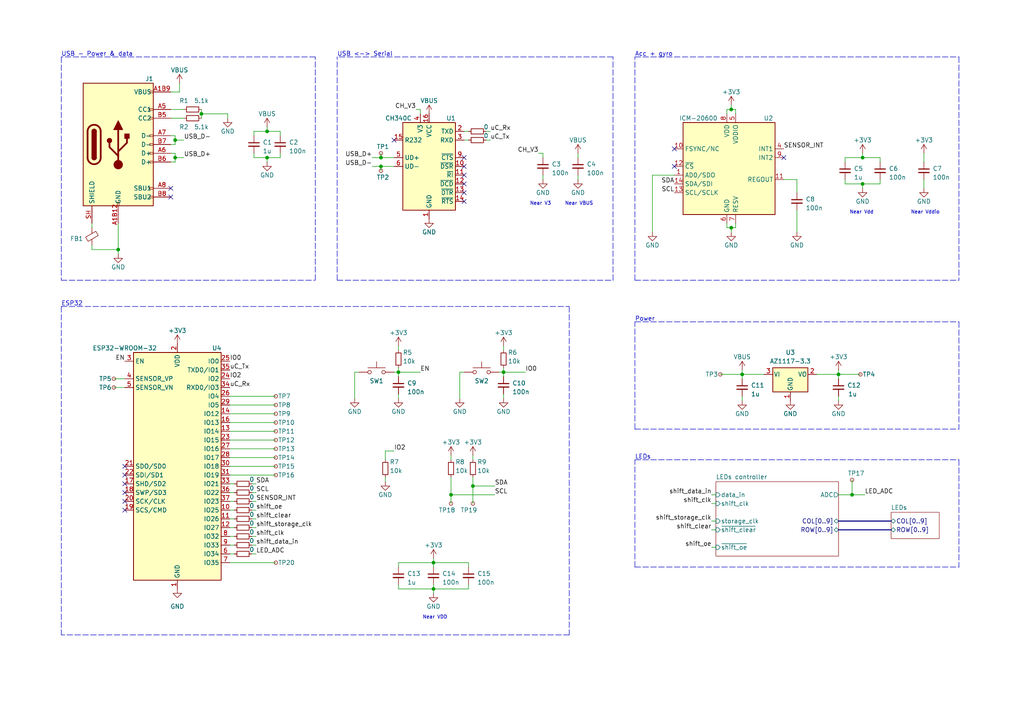
<source format=kicad_sch>
(kicad_sch (version 20210406) (generator eeschema)
  (paper "A4")
  (title_block (title "LED matrix w/ ADC") (date "26/05/2021") (rev "1") (company "Mario Rubio (mrrb.eu)"))
  (lib_symbols
    (symbol "Connector:TestPoint_Small" (pin_numbers hide) (pin_names (offset 0.762) hide)
      (property "Reference" "TP" (at 0 3.81 0))
      (property "Value" "TestPoint_Small" (at 0 2.032 0))
      (symbol "TestPoint_Small_1_1"
        (pin passive line (at 0 0 90) (length 0) (name "1") (number "1"))
      )
    )
    (symbol "Device:C_Small" (pin_numbers hide) (pin_names (offset 0.254) hide)
      (property "Reference" "C" (at 0.254 1.778 0))
      (property "Value" "C_Small" (at 0.254 -2.032 0))
      (symbol "C_Small_1_1"
        (pin passive line (at 0 2.54 270) (length 2.032) (name "~") (number "1"))
        (pin passive line (at 0 -2.54 90) (length 2.032) (name "~") (number "2"))
      )
    )
    (symbol "Device:Ferrite_Bead_Small" (pin_numbers hide) (pin_names (offset 0))
      (property "Reference" "FB" (at 1.905 1.27 0))
      (property "Value" "Ferrite_Bead_Small" (at 1.905 -1.27 0))
      (symbol "Ferrite_Bead_Small_1_1"
        (pin passive line (at 0 2.54 270) (length 1.27) (name "~") (number "1"))
        (pin passive line (at 0 -2.54 90) (length 1.27) (name "~") (number "2"))
      )
    )
    (symbol "Device:R_Small" (pin_numbers hide) (pin_names (offset 0.254) hide)
      (property "Reference" "R" (at 0.762 0.508 0))
      (property "Value" "R_Small" (at 0.762 -1.016 0))
      (symbol "R_Small_1_1"
        (pin passive line (at 0 2.54 270) (length 0.762) (name "~") (number "1"))
        (pin passive line (at 0 -2.54 90) (length 0.762) (name "~") (number "2"))
      )
    )
    (symbol "Interface_USB:CH340C"
      (property "Reference" "U" (at -5.08 13.97 0))
      (property "Value" "CH340C" (at 1.27 13.97 0))
      (symbol "CH340C_1_1"
        (pin power_in line (at 0 -15.24 90) (length 2.54) (name "GND") (number "1"))
        (pin input line (at 10.16 0 180) (length 2.54) (name "~DSR") (number "10"))
        (pin input line (at 10.16 -2.54 180) (length 2.54) (name "~RI") (number "11"))
        (pin input line (at 10.16 -5.08 180) (length 2.54) (name "~DCD") (number "12"))
        (pin output line (at 10.16 -7.62 180) (length 2.54) (name "~DTR") (number "13"))
        (pin output line (at 10.16 -10.16 180) (length 2.54) (name "~RTS") (number "14"))
        (pin input line (at -10.16 7.62 0) (length 2.54) (name "R232") (number "15"))
        (pin power_in line (at 0 15.24 270) (length 2.54) (name "VCC") (number "16"))
        (pin output line (at 10.16 10.16 180) (length 2.54) (name "TXD") (number "2"))
        (pin input line (at 10.16 7.62 180) (length 2.54) (name "RXD") (number "3"))
        (pin passive line (at -2.54 15.24 270) (length 2.54) (name "V3") (number "4"))
        (pin bidirectional line (at -10.16 2.54 0) (length 2.54) (name "UD+") (number "5"))
        (pin bidirectional line (at -10.16 0 0) (length 2.54) (name "UD-") (number "6"))
        (pin no_connect line (at -7.62 -7.62 0) (length 2.54) hide (name "NC") (number "7"))
        (pin no_connect line (at -7.62 -10.16 0) (length 2.54) hide (name "NC") (number "8"))
        (pin input line (at 10.16 2.54 180) (length 2.54) (name "~CTS") (number "9"))
      )
    )
    (symbol "RF_Module:ESP32-WROOM-32"
      (property "Reference" "U" (at -12.7 34.29 0))
      (property "Value" "ESP32-WROOM-32" (at 1.27 34.29 0))
      (symbol "ESP32-WROOM-32_1_1"
        (pin power_in line (at 0 -35.56 90) (length 2.54) (name "GND") (number "1"))
        (pin bidirectional line (at 15.24 -12.7 180) (length 2.54) (name "IO25") (number "10"))
        (pin bidirectional line (at 15.24 -15.24 180) (length 2.54) (name "IO26") (number "11"))
        (pin bidirectional line (at 15.24 -17.78 180) (length 2.54) (name "IO27") (number "12"))
        (pin bidirectional line (at 15.24 10.16 180) (length 2.54) (name "IO14") (number "13"))
        (pin bidirectional line (at 15.24 15.24 180) (length 2.54) (name "IO12") (number "14"))
        (pin passive line (at 0 -35.56 90) (length 2.54) hide (name "GND") (number "15"))
        (pin bidirectional line (at 15.24 12.7 180) (length 2.54) (name "IO13") (number "16"))
        (pin bidirectional line (at -15.24 -5.08 0) (length 2.54) (name "SHD/SD2") (number "17"))
        (pin bidirectional line (at -15.24 -7.62 0) (length 2.54) (name "SWP/SD3") (number "18"))
        (pin bidirectional line (at -15.24 -12.7 0) (length 2.54) (name "SCS/CMD") (number "19"))
        (pin power_in line (at 0 35.56 270) (length 2.54) (name "VDD") (number "2"))
        (pin bidirectional line (at -15.24 -10.16 0) (length 2.54) (name "SCK/CLK") (number "20"))
        (pin bidirectional line (at -15.24 0 0) (length 2.54) (name "SDO/SD0") (number "21"))
        (pin bidirectional line (at -15.24 -2.54 0) (length 2.54) (name "SDI/SD1") (number "22"))
        (pin bidirectional line (at 15.24 7.62 180) (length 2.54) (name "IO15") (number "23"))
        (pin bidirectional line (at 15.24 25.4 180) (length 2.54) (name "IO2") (number "24"))
        (pin bidirectional line (at 15.24 30.48 180) (length 2.54) (name "IO0") (number "25"))
        (pin bidirectional line (at 15.24 20.32 180) (length 2.54) (name "IO4") (number "26"))
        (pin bidirectional line (at 15.24 5.08 180) (length 2.54) (name "IO16") (number "27"))
        (pin bidirectional line (at 15.24 2.54 180) (length 2.54) (name "IO17") (number "28"))
        (pin bidirectional line (at 15.24 17.78 180) (length 2.54) (name "IO5") (number "29"))
        (pin input line (at -15.24 30.48 0) (length 2.54) (name "EN") (number "3"))
        (pin bidirectional line (at 15.24 0 180) (length 2.54) (name "IO18") (number "30"))
        (pin bidirectional line (at 15.24 -2.54 180) (length 2.54) (name "IO19") (number "31"))
        (pin no_connect line (at -12.7 -27.94 0) (length 2.54) hide (name "NC") (number "32"))
        (pin bidirectional line (at 15.24 -5.08 180) (length 2.54) (name "IO21") (number "33"))
        (pin bidirectional line (at 15.24 22.86 180) (length 2.54) (name "RXD0/IO3") (number "34"))
        (pin bidirectional line (at 15.24 27.94 180) (length 2.54) (name "TXD0/IO1") (number "35"))
        (pin bidirectional line (at 15.24 -7.62 180) (length 2.54) (name "IO22") (number "36"))
        (pin bidirectional line (at 15.24 -10.16 180) (length 2.54) (name "IO23") (number "37"))
        (pin passive line (at 0 -35.56 90) (length 2.54) hide (name "GND") (number "38"))
        (pin passive line (at 0 -35.56 90) (length 2.54) hide (name "GND") (number "39"))
        (pin input line (at -15.24 25.4 0) (length 2.54) (name "SENSOR_VP") (number "4"))
        (pin input line (at -15.24 22.86 0) (length 2.54) (name "SENSOR_VN") (number "5"))
        (pin input line (at 15.24 -25.4 180) (length 2.54) (name "IO34") (number "6"))
        (pin input line (at 15.24 -27.94 180) (length 2.54) (name "IO35") (number "7"))
        (pin bidirectional line (at 15.24 -20.32 180) (length 2.54) (name "IO32") (number "8"))
        (pin bidirectional line (at 15.24 -22.86 180) (length 2.54) (name "IO33") (number "9"))
      )
    )
    (symbol "Regulator_Linear:AZ1117-3.3" (pin_names (offset 0.254))
      (property "Reference" "U" (at -3.81 3.175 0))
      (property "Value" "AZ1117-3.3" (at 0 3.175 0))
      (symbol "AZ1117-3.3_1_1"
        (pin power_in line (at 0 -7.62 90) (length 2.54) (name "GND") (number "1"))
        (pin power_out line (at 7.62 0 180) (length 2.54) (name "VO") (number "2"))
        (pin power_in line (at -7.62 0 0) (length 2.54) (name "VI") (number "3"))
      )
    )
    (symbol "Switch:SW_Push" (pin_numbers hide) (pin_names (offset 1.016) hide)
      (property "Reference" "SW" (at 1.27 2.54 0))
      (property "Value" "SW_Push" (at 0 -1.524 0))
      (symbol "SW_Push_0_1"
        (pin passive line (at -5.08 0 0) (length 2.54) (name "1") (number "1"))
        (pin passive line (at 5.08 0 180) (length 2.54) (name "2") (number "2"))
      )
    )
    (symbol "lcsc_random:TYPE-C-31-M-12"
      (property "Reference" "J" (at -8.89 19.05 0))
      (property "Value" "TYPE-C-31-M-12" (at 0 21.59 0))
      (symbol "TYPE-C-31-M-12_1_1"
        (pin passive line (at 0 -22.86 90) (length 5.08) (name "GND") (number "A1B12"))
        (pin passive line (at 15.24 15.24 180) (length 5.08) (name "VBUS") (number "A1B9"))
        (pin bidirectional line (at 15.24 10.16 180) (length 5.08) (name "CC1") (number "A5"))
        (pin bidirectional line (at 15.24 -2.54 180) (length 5.08) (name "D+") (number "A6"))
        (pin bidirectional line (at 15.24 2.54 180) (length 5.08) (name "D-") (number "A7"))
        (pin bidirectional line (at 15.24 -12.7 180) (length 5.08) (name "SBU1") (number "A8"))
        (pin passive line (at 0 -22.86 90) (length 5.08) hide (name "GND") (number "B1A12"))
        (pin passive line (at 15.24 15.24 180) (length 5.08) hide (name "VBUS") (number "B1A9"))
        (pin bidirectional line (at 15.24 7.62 180) (length 5.08) (name "CC2") (number "B5"))
        (pin bidirectional line (at 15.24 -5.08 180) (length 5.08) (name "D+") (number "B6"))
        (pin bidirectional line (at 15.24 0 180) (length 5.08) (name "D-") (number "B7"))
        (pin bidirectional line (at 15.24 -15.24 180) (length 5.08) (name "SBU2") (number "B8"))
        (pin passive line (at -7.62 -22.86 90) (length 5.08) (name "SHIELD") (number "SH"))
      )
    )
    (symbol "lcsc_sensors:ICM-20600"
      (property "Reference" "U" (at -12.7 13.97 0))
      (property "Value" "ICM-20600" (at 7.62 13.97 0))
      (symbol "ICM-20600_1_1"
        (pin bidirectional line (at -16.51 -2.54 0) (length 2.54) (name "AD0/SDO") (number "1"))
        (pin input line (at -16.51 5.08 0) (length 2.54) (name "FSYNC/NC") (number "10"))
        (pin passive line (at 15.24 -3.81 180) (length 2.54) (name "REGOUT") (number "11"))
        (pin input line (at -16.51 0 0) (length 2.54) (name "~CS") (number "12"))
        (pin input line (at -16.51 -7.62 0) (length 2.54) (name "SCL/SCLK") (number "13"))
        (pin bidirectional line (at -16.51 -5.08 0) (length 2.54) (name "SDA/SDI") (number "14"))
        (pin no_connect line (at 15.24 -11.43 180) (length 2.54) hide (name "NC") (number "2"))
        (pin no_connect line (at 15.24 -8.89 180) (length 2.54) hide (name "NC") (number "3"))
        (pin output line (at 15.24 5.08 180) (length 2.54) (name "INT1") (number "4"))
        (pin power_in line (at 1.27 15.24 270) (length 2.54) (name "VDDIO") (number "5"))
        (pin power_in line (at -1.27 -16.51 90) (length 2.54) (name "GND") (number "6"))
        (pin passive line (at 1.27 -16.51 90) (length 2.54) (name "RESV") (number "7"))
        (pin power_in line (at -1.27 15.24 270) (length 2.54) (name "VDD") (number "8"))
        (pin output line (at 15.24 2.54 180) (length 2.54) (name "INT2") (number "9"))
      )
    )
    (symbol "power:+3.3V" (power) (pin_names (offset 0))
      (property "Value" "+3.3V" (at 0 3.556 0))
      (symbol "+3.3V_1_1"
        (pin power_in line (at 0 0 90) (length 0) hide (name "+3V3") (number "1"))
      )
    )
    (symbol "power:+3.3V_1" (power) (pin_names (offset 0))
      (property "Value" "+3.3V" (at 0 3.556 0))
      (symbol "+3.3V_1_1_1"
        (pin power_in line (at 0 0 90) (length 0) hide (name "+3V3") (number "1"))
      )
    )
    (symbol "power:+3.3V_2" (power) (pin_names (offset 0))
      (property "Value" "+3.3V" (at 0 3.556 0))
      (symbol "+3.3V_2_1_1"
        (pin power_in line (at 0 0 90) (length 0) hide (name "+3V3") (number "1"))
      )
    )
    (symbol "power:+3.3V_3" (power) (pin_names (offset 0))
      (property "Value" "+3.3V" (at 0 3.556 0))
      (symbol "+3.3V_3_1_1"
        (pin power_in line (at 0 0 90) (length 0) hide (name "+3V3") (number "1"))
      )
    )
    (symbol "power:+3.3V_4" (power) (pin_names (offset 0))
      (property "Value" "+3.3V" (at 0 3.556 0))
      (symbol "+3.3V_4_1_1"
        (pin power_in line (at 0 0 90) (length 0) hide (name "+3V3") (number "1"))
      )
    )
    (symbol "power:+3.3V_5" (power) (pin_names (offset 0))
      (property "Value" "+3.3V" (at 0 3.556 0))
      (symbol "+3.3V_5_1_1"
        (pin power_in line (at 0 0 90) (length 0) hide (name "+3V3") (number "1"))
      )
    )
    (symbol "power:+3.3V_6" (power) (pin_names (offset 0))
      (property "Value" "+3.3V" (at 0 3.556 0))
      (symbol "+3.3V_6_1_1"
        (pin power_in line (at 0 0 90) (length 0) hide (name "+3V3") (number "1"))
      )
    )
    (symbol "power:+3.3V_7" (power) (pin_names (offset 0))
      (property "Value" "+3.3V" (at 0 3.556 0))
      (symbol "+3.3V_7_1_1"
        (pin power_in line (at 0 0 90) (length 0) hide (name "+3V3") (number "1"))
      )
    )
    (symbol "power:+3.3V_8" (power) (pin_names (offset 0))
      (property "Value" "+3.3V" (at 0 3.556 0))
      (symbol "+3.3V_8_1_1"
        (pin power_in line (at 0 0 90) (length 0) hide (name "+3V3") (number "1"))
      )
    )
    (symbol "power:+3.3V_9" (power) (pin_names (offset 0))
      (property "Value" "+3.3V" (at 0 3.556 0))
      (symbol "+3.3V_9_1_1"
        (pin power_in line (at 0 0 90) (length 0) hide (name "+3V3") (number "1"))
      )
    )
    (symbol "power:GND" (power) (pin_names (offset 0))
      (property "Value" "GND" (at 0 -3.81 0))
      (symbol "GND_1_1"
        (pin power_in line (at 0 0 270) (length 0) hide (name "GND") (number "1"))
      )
    )
    (symbol "power:VBUS" (power) (pin_names (offset 0))
      (property "Value" "VBUS" (at 0 3.81 0))
      (symbol "VBUS_1_1"
        (pin power_in line (at 0 0 90) (length 0) hide (name "VBUS") (number "1"))
      )
    )
  )
  (junction (at 34.29 72.39) (diameter 0.9144))
  (junction (at 50.8 40.64) (diameter 0.9144))
  (junction (at 50.8 45.72) (diameter 0.9144))
  (junction (at 58.42 33.02) (diameter 0.9144))
  (junction (at 77.47 38.1) (diameter 0.9144))
  (junction (at 77.47 45.72) (diameter 0.9144))
  (junction (at 110.49 45.72) (diameter 0.9144))
  (junction (at 110.49 48.26) (diameter 0.9144))
  (junction (at 115.57 107.95) (diameter 0.9144))
  (junction (at 125.73 163.195) (diameter 0.9144))
  (junction (at 125.73 170.815) (diameter 0.9144))
  (junction (at 130.81 143.51) (diameter 0.9144))
  (junction (at 137.16 140.97) (diameter 0.9144))
  (junction (at 146.05 107.95) (diameter 0.9144))
  (junction (at 212.09 31.75) (diameter 0.9144))
  (junction (at 212.09 66.04) (diameter 0.9144))
  (junction (at 215.265 108.585) (diameter 0.9144))
  (junction (at 243.205 108.585) (diameter 0.9144))
  (junction (at 247.142 143.51) (diameter 0.9144))
  (junction (at 250.19 45.72) (diameter 0.9144))
  (junction (at 250.19 53.34) (diameter 0.9144))
  (no_connect (at 36.195 135.255))
  (no_connect (at 36.195 137.795))
  (no_connect (at 36.195 140.335))
  (no_connect (at 36.195 142.875))
  (no_connect (at 36.195 145.415))
  (no_connect (at 36.195 147.955))
  (no_connect (at 49.53 54.61))
  (no_connect (at 49.53 57.15))
  (no_connect (at 114.3 40.64))
  (no_connect (at 134.62 45.72))
  (no_connect (at 134.62 48.26))
  (no_connect (at 134.62 50.8))
  (no_connect (at 134.62 53.34))
  (no_connect (at 134.62 55.88))
  (no_connect (at 134.62 58.42))
  (no_connect (at 195.58 43.18))
  (no_connect (at 195.58 48.26))
  (no_connect (at 227.33 45.72))
  (wire (pts (xy 26.67 64.77) (xy 26.67 66.04)))
  (wire (pts (xy 26.67 71.12) (xy 26.67 72.39)))
  (wire (pts (xy 33.02 109.855) (xy 36.195 109.855)))
  (wire (pts (xy 33.02 112.395) (xy 36.195 112.395)))
  (wire (pts (xy 34.29 64.77) (xy 34.29 72.39)))
  (wire (pts (xy 34.29 72.39) (xy 26.67 72.39)))
  (wire (pts (xy 34.29 72.39) (xy 34.29 73.66)))
  (wire (pts (xy 49.53 31.75) (xy 53.34 31.75)))
  (wire (pts (xy 49.53 34.29) (xy 53.34 34.29)))
  (wire (pts (xy 49.53 39.37) (xy 50.8 39.37)))
  (wire (pts (xy 49.53 41.91) (xy 50.8 41.91)))
  (wire (pts (xy 49.53 44.45) (xy 50.8 44.45)))
  (wire (pts (xy 49.53 46.99) (xy 50.8 46.99)))
  (wire (pts (xy 50.8 39.37) (xy 50.8 40.64)))
  (wire (pts (xy 50.8 40.64) (xy 50.8 41.91)))
  (wire (pts (xy 50.8 40.64) (xy 53.34 40.64)))
  (wire (pts (xy 50.8 44.45) (xy 50.8 45.72)))
  (wire (pts (xy 50.8 45.72) (xy 50.8 46.99)))
  (wire (pts (xy 50.8 45.72) (xy 53.34 45.72)))
  (wire (pts (xy 52.07 24.13) (xy 52.07 26.67)))
  (wire (pts (xy 52.07 26.67) (xy 49.53 26.67)))
  (wire (pts (xy 58.42 31.75) (xy 58.42 33.02)))
  (wire (pts (xy 58.42 33.02) (xy 58.42 34.29)))
  (wire (pts (xy 58.42 33.02) (xy 66.04 33.02)))
  (wire (pts (xy 66.04 33.02) (xy 66.04 34.29)))
  (wire (pts (xy 66.675 114.935) (xy 80.01 114.935)))
  (wire (pts (xy 66.675 117.475) (xy 80.01 117.475)))
  (wire (pts (xy 66.675 120.015) (xy 80.01 120.015)))
  (wire (pts (xy 66.675 122.555) (xy 80.01 122.555)))
  (wire (pts (xy 66.675 125.095) (xy 80.01 125.095)))
  (wire (pts (xy 66.675 127.635) (xy 80.01 127.635)))
  (wire (pts (xy 66.675 130.175) (xy 80.01 130.175)))
  (wire (pts (xy 66.675 132.715) (xy 80.01 132.715)))
  (wire (pts (xy 66.675 135.255) (xy 80.01 135.255)))
  (wire (pts (xy 66.675 137.795) (xy 80.01 137.795)))
  (wire (pts (xy 66.675 140.335) (xy 67.945 140.335)))
  (wire (pts (xy 66.675 142.875) (xy 67.945 142.875)))
  (wire (pts (xy 66.675 145.415) (xy 67.945 145.415)))
  (wire (pts (xy 66.675 147.955) (xy 67.945 147.955)))
  (wire (pts (xy 66.675 150.495) (xy 67.945 150.495)))
  (wire (pts (xy 66.675 153.035) (xy 67.945 153.035)))
  (wire (pts (xy 66.675 155.575) (xy 67.945 155.575)))
  (wire (pts (xy 66.675 158.115) (xy 67.945 158.115)))
  (wire (pts (xy 66.675 160.655) (xy 67.945 160.655)))
  (wire (pts (xy 66.675 163.195) (xy 80.01 163.195)))
  (wire (pts (xy 73.025 140.335) (xy 74.295 140.335)))
  (wire (pts (xy 73.025 142.875) (xy 74.295 142.875)))
  (wire (pts (xy 73.025 145.415) (xy 74.295 145.415)))
  (wire (pts (xy 73.025 147.955) (xy 74.295 147.955)))
  (wire (pts (xy 73.025 150.495) (xy 74.295 150.495)))
  (wire (pts (xy 73.025 153.035) (xy 74.295 153.035)))
  (wire (pts (xy 73.025 155.575) (xy 74.295 155.575)))
  (wire (pts (xy 73.025 158.115) (xy 74.295 158.115)))
  (wire (pts (xy 73.025 160.655) (xy 74.295 160.655)))
  (wire (pts (xy 73.66 38.1) (xy 73.66 39.37)))
  (wire (pts (xy 73.66 38.1) (xy 77.47 38.1)))
  (wire (pts (xy 73.66 44.45) (xy 73.66 45.72)))
  (wire (pts (xy 73.66 45.72) (xy 77.47 45.72)))
  (wire (pts (xy 77.47 36.83) (xy 77.47 38.1)))
  (wire (pts (xy 77.47 38.1) (xy 81.28 38.1)))
  (wire (pts (xy 77.47 45.72) (xy 77.47 46.99)))
  (wire (pts (xy 77.47 45.72) (xy 81.28 45.72)))
  (wire (pts (xy 81.28 38.1) (xy 81.28 39.37)))
  (wire (pts (xy 81.28 44.45) (xy 81.28 45.72)))
  (wire (pts (xy 102.87 107.95) (xy 102.87 115.57)))
  (wire (pts (xy 102.87 107.95) (xy 104.14 107.95)))
  (wire (pts (xy 107.95 45.72) (xy 110.49 45.72)))
  (wire (pts (xy 107.95 48.26) (xy 110.49 48.26)))
  (wire (pts (xy 110.49 45.72) (xy 110.49 44.45)))
  (wire (pts (xy 110.49 45.72) (xy 114.3 45.72)))
  (wire (pts (xy 110.49 48.26) (xy 110.49 49.53)))
  (wire (pts (xy 110.49 48.26) (xy 114.3 48.26)))
  (wire (pts (xy 111.76 130.81) (xy 111.76 133.35)))
  (wire (pts (xy 111.76 138.43) (xy 111.76 139.7)))
  (wire (pts (xy 114.3 107.95) (xy 115.57 107.95)))
  (wire (pts (xy 114.3 130.81) (xy 111.76 130.81)))
  (wire (pts (xy 115.57 100.33) (xy 115.57 101.6)))
  (wire (pts (xy 115.57 107.95) (xy 115.57 106.68)))
  (wire (pts (xy 115.57 107.95) (xy 115.57 109.22)))
  (wire (pts (xy 115.57 107.95) (xy 121.92 107.95)))
  (wire (pts (xy 115.57 114.3) (xy 115.57 115.57)))
  (wire (pts (xy 115.57 163.195) (xy 125.73 163.195)))
  (wire (pts (xy 115.57 164.465) (xy 115.57 163.195)))
  (wire (pts (xy 115.57 169.545) (xy 115.57 170.815)))
  (wire (pts (xy 115.57 170.815) (xy 125.73 170.815)))
  (wire (pts (xy 121.92 31.75) (xy 120.65 31.75)))
  (wire (pts (xy 121.92 33.02) (xy 121.92 31.75)))
  (wire (pts (xy 125.73 161.925) (xy 125.73 163.195)))
  (wire (pts (xy 125.73 163.195) (xy 135.89 163.195)))
  (wire (pts (xy 125.73 164.465) (xy 125.73 163.195)))
  (wire (pts (xy 125.73 169.545) (xy 125.73 170.815)))
  (wire (pts (xy 125.73 170.815) (xy 125.73 172.085)))
  (wire (pts (xy 125.73 170.815) (xy 135.89 170.815)))
  (wire (pts (xy 130.81 132.08) (xy 130.81 133.35)))
  (wire (pts (xy 130.81 143.51) (xy 130.81 138.43)))
  (wire (pts (xy 130.81 143.51) (xy 130.81 146.05)))
  (wire (pts (xy 133.35 107.95) (xy 133.35 115.57)))
  (wire (pts (xy 133.35 107.95) (xy 134.62 107.95)))
  (wire (pts (xy 134.62 38.1) (xy 135.89 38.1)))
  (wire (pts (xy 134.62 40.64) (xy 135.89 40.64)))
  (wire (pts (xy 135.89 163.195) (xy 135.89 164.465)))
  (wire (pts (xy 135.89 169.545) (xy 135.89 170.815)))
  (wire (pts (xy 137.16 132.08) (xy 137.16 133.35)))
  (wire (pts (xy 137.16 140.97) (xy 137.16 138.43)))
  (wire (pts (xy 137.16 140.97) (xy 137.16 146.05)))
  (wire (pts (xy 140.97 38.1) (xy 142.24 38.1)))
  (wire (pts (xy 140.97 40.64) (xy 142.24 40.64)))
  (wire (pts (xy 143.51 140.97) (xy 137.16 140.97)))
  (wire (pts (xy 143.51 143.51) (xy 130.81 143.51)))
  (wire (pts (xy 144.78 107.95) (xy 146.05 107.95)))
  (wire (pts (xy 146.05 100.33) (xy 146.05 101.6)))
  (wire (pts (xy 146.05 107.95) (xy 146.05 106.68)))
  (wire (pts (xy 146.05 107.95) (xy 146.05 109.22)))
  (wire (pts (xy 146.05 107.95) (xy 152.4 107.95)))
  (wire (pts (xy 146.05 114.3) (xy 146.05 115.57)))
  (wire (pts (xy 156.21 44.45) (xy 157.48 44.45)))
  (wire (pts (xy 157.48 45.72) (xy 157.48 44.45)))
  (wire (pts (xy 157.48 50.8) (xy 157.48 52.07)))
  (wire (pts (xy 167.64 44.45) (xy 167.64 45.72)))
  (wire (pts (xy 167.64 50.8) (xy 167.64 52.07)))
  (wire (pts (xy 189.23 50.8) (xy 195.58 50.8)))
  (wire (pts (xy 189.23 67.31) (xy 189.23 50.8)))
  (wire (pts (xy 206.375 143.51) (xy 207.645 143.51)))
  (wire (pts (xy 206.375 146.05) (xy 207.645 146.05)))
  (wire (pts (xy 206.375 151.13) (xy 207.645 151.13)))
  (wire (pts (xy 206.375 153.67) (xy 207.645 153.67)))
  (wire (pts (xy 206.375 158.75) (xy 207.645 158.75)))
  (wire (pts (xy 210.82 31.75) (xy 212.09 31.75)))
  (wire (pts (xy 210.82 33.02) (xy 210.82 31.75)))
  (wire (pts (xy 210.82 64.77) (xy 210.82 66.04)))
  (wire (pts (xy 210.82 66.04) (xy 212.09 66.04)))
  (wire (pts (xy 212.09 30.48) (xy 212.09 31.75)))
  (wire (pts (xy 212.09 31.75) (xy 213.36 31.75)))
  (wire (pts (xy 212.09 66.04) (xy 212.09 67.31)))
  (wire (pts (xy 212.09 66.04) (xy 213.36 66.04)))
  (wire (pts (xy 213.36 31.75) (xy 213.36 33.02)))
  (wire (pts (xy 213.36 64.77) (xy 213.36 66.04)))
  (wire (pts (xy 215.265 107.315) (xy 215.265 108.585)))
  (wire (pts (xy 215.265 108.585) (xy 208.915 108.585)))
  (wire (pts (xy 215.265 108.585) (xy 215.265 109.855)))
  (wire (pts (xy 215.265 108.585) (xy 221.615 108.585)))
  (wire (pts (xy 215.265 114.935) (xy 215.265 116.205)))
  (wire (pts (xy 231.14 52.07) (xy 227.33 52.07)))
  (wire (pts (xy 231.14 55.88) (xy 231.14 52.07)))
  (wire (pts (xy 231.14 60.96) (xy 231.14 67.31)))
  (wire (pts (xy 236.855 108.585) (xy 243.205 108.585)))
  (wire (pts (xy 243.205 107.315) (xy 243.205 108.585)))
  (wire (pts (xy 243.205 108.585) (xy 243.205 109.855)))
  (wire (pts (xy 243.205 108.585) (xy 249.555 108.585)))
  (wire (pts (xy 243.205 114.935) (xy 243.205 116.205)))
  (wire (pts (xy 243.205 143.51) (xy 247.142 143.51)))
  (wire (pts (xy 245.11 45.72) (xy 250.19 45.72)))
  (wire (pts (xy 245.11 46.99) (xy 245.11 45.72)))
  (wire (pts (xy 245.11 52.07) (xy 245.11 53.34)))
  (wire (pts (xy 245.11 53.34) (xy 250.19 53.34)))
  (wire (pts (xy 247.142 139.192) (xy 247.142 143.51)))
  (wire (pts (xy 247.142 143.51) (xy 250.825 143.51)))
  (wire (pts (xy 250.19 44.45) (xy 250.19 45.72)))
  (wire (pts (xy 250.19 45.72) (xy 255.27 45.72)))
  (wire (pts (xy 250.19 53.34) (xy 250.19 54.61)))
  (wire (pts (xy 250.19 53.34) (xy 255.27 53.34)))
  (wire (pts (xy 255.27 46.99) (xy 255.27 45.72)))
  (wire (pts (xy 255.27 52.07) (xy 255.27 53.34)))
  (wire (pts (xy 267.97 44.45) (xy 267.97 46.99)))
  (wire (pts (xy 267.97 52.07) (xy 267.97 54.61)))
  (bus (pts (xy 243.205 151.13) (xy 258.445 151.13)))
  (bus (pts (xy 243.205 153.67) (xy 258.445 153.67)))
  (polyline (pts (xy 17.78 16.51) (xy 17.78 81.28)) (stroke (width 0) (type dash)))
  (polyline (pts (xy 17.78 81.28) (xy 91.44 81.28)) (stroke (width 0) (type dash)))
  (polyline (pts (xy 17.78 88.9) (xy 17.78 184.15)) (stroke (width 0) (type dash)))
  (polyline (pts (xy 17.78 88.9) (xy 165.1 88.9)) (stroke (width 0) (type dash)))
  (polyline (pts (xy 91.44 16.51) (xy 17.78 16.51)) (stroke (width 0) (type dash)))
  (polyline (pts (xy 91.44 81.28) (xy 91.44 16.51)) (stroke (width 0) (type dash)))
  (polyline (pts (xy 97.79 81.28) (xy 97.79 16.51)) (stroke (width 0) (type dash)))
  (polyline (pts (xy 97.79 81.28) (xy 177.8 81.28)) (stroke (width 0) (type dash)))
  (polyline (pts (xy 165.1 88.9) (xy 165.1 184.15)) (stroke (width 0) (type dash)))
  (polyline (pts (xy 165.1 184.15) (xy 17.78 184.15)) (stroke (width 0) (type dash)))
  (polyline (pts (xy 177.8 16.51) (xy 97.79 16.51)) (stroke (width 0) (type dash)))
  (polyline (pts (xy 177.8 81.28) (xy 177.8 16.51)) (stroke (width 0) (type dash)))
  (polyline (pts (xy 184.15 16.51) (xy 278.13 16.51)) (stroke (width 0) (type dash)))
  (polyline (pts (xy 184.15 81.28) (xy 184.15 16.51)) (stroke (width 0) (type dash)))
  (polyline (pts (xy 184.15 81.28) (xy 278.13 81.28)) (stroke (width 0) (type dash)))
  (polyline (pts (xy 184.15 93.345) (xy 278.13 93.345)) (stroke (width 0) (type dash)))
  (polyline (pts (xy 184.15 124.46) (xy 184.15 93.345)) (stroke (width 0) (type dash)))
  (polyline (pts (xy 184.15 124.46) (xy 278.13 124.46)) (stroke (width 0) (type dash)))
  (polyline (pts (xy 184.15 133.35) (xy 278.13 133.35)) (stroke (width 0) (type dash)))
  (polyline (pts (xy 184.15 164.465) (xy 184.15 133.35)) (stroke (width 0) (type dash)))
  (polyline (pts (xy 184.15 164.465) (xy 278.13 164.465)) (stroke (width 0) (type dash)))
  (polyline (pts (xy 278.13 16.51) (xy 278.13 81.28)) (stroke (width 0) (type dash)))
  (polyline (pts (xy 278.13 93.345) (xy 278.13 124.46)) (stroke (width 0) (type dash)))
  (polyline (pts (xy 278.13 133.35) (xy 278.13 164.465)) (stroke (width 0) (type dash)))
  (text "USB - Power & data\n" (at 17.78 16.51 0) (effects (font (size 1.27 1.27)) (justify left bottom)))
  (text "ESP32" (at 17.78 88.9 0) (effects (font (size 1.27 1.27)) (justify left bottom)))
  (text "USB <-> Serial" (at 97.79 16.51 0) (effects (font (size 1.27 1.27)) (justify left bottom)))
  (text "Near VDD" (at 122.555 179.705 0) (effects (font (size 1 1)) (justify left bottom)))
  (text "Near V3" (at 153.67 59.69 0) (effects (font (size 1 1)) (justify left bottom)))
  (text "Near VBUS" (at 163.83 59.69 0) (effects (font (size 1 1)) (justify left bottom)))
  (text "Acc + gyro" (at 184.15 16.51 0) (effects (font (size 1.27 1.27)) (justify left bottom)))
  (text "Power" (at 184.15 93.345 0) (effects (font (size 1.27 1.27)) (justify left bottom)))
  (text "LEDs" (at 184.15 133.35 0) (effects (font (size 1.27 1.27)) (justify left bottom)))
  (text "Near Vdd" (at 246.38 62.23 0) (effects (font (size 1 1)) (justify left bottom)))
  (text "Near Vddio" (at 264.16 62.23 0) (effects (font (size 1 1)) (justify left bottom)))
  (label "EN" (at 36.195 104.775 180))
  (label "USB_D-" (at 53.34 40.64 0))
  (label "USB_D+" (at 53.34 45.72 0))
  (label "IO0" (at 66.675 104.775 0))
  (label "uC_Tx" (at 66.675 107.315 0))
  (label "IO2" (at 66.675 109.855 0))
  (label "uC_Rx" (at 66.675 112.395 0))
  (label "SDA" (at 74.295 140.335 0))
  (label "SCL" (at 74.295 142.875 0))
  (label "SENSOR_INT" (at 74.295 145.415 0))
  (label "shift_oe" (at 74.295 147.955 0))
  (label "shift_clear" (at 74.295 150.495 0))
  (label "shift_storage_clk" (at 74.295 153.035 0))
  (label "shift_clk" (at 74.295 155.575 0))
  (label "shift_data_in" (at 74.295 158.115 0))
  (label "LED_ADC" (at 74.295 160.655 0))
  (label "USB_D+" (at 107.95 45.72 180))
  (label "USB_D-" (at 107.95 48.26 180))
  (label "IO2" (at 114.3 130.81 0))
  (label "CH_V3" (at 120.65 31.75 180))
  (label "EN" (at 121.92 107.95 0))
  (label "uC_Rx" (at 142.24 38.1 0))
  (label "uC_Tx" (at 142.24 40.64 0))
  (label "SDA" (at 143.51 140.97 0))
  (label "SCL" (at 143.51 143.51 0))
  (label "IO0" (at 152.4 107.95 0))
  (label "CH_V3" (at 156.21 44.45 180))
  (label "SDA" (at 195.58 53.34 180))
  (label "SCL" (at 195.58 55.88 180))
  (label "shift_data_in" (at 206.375 143.51 180))
  (label "shift_clk" (at 206.375 146.05 180))
  (label "shift_storage_clk" (at 206.375 151.13 180))
  (label "shift_clear" (at 206.375 153.67 180))
  (label "shift_oe" (at 206.375 158.75 180))
  (label "SENSOR_INT" (at 227.33 43.18 0))
  (label "LED_ADC" (at 250.825 143.51 0))
  (symbol (lib_id "Connector:TestPoint_Small") (at 33.02 109.855 180) (unit 1)
    (property "Reference" "TP5" (at 32.385 109.8551 0) (effects (justify left)))
    (property "Value" "TestPoint_Small" (effects hide))
    (property "Footprint" "TestPoint:TestPoint_Pad_D1.5mm" (effects hide))
  )
  (symbol (lib_id "Connector:TestPoint_Small") (at 33.02 112.395 180) (unit 1)
    (property "Reference" "TP6" (at 32.385 112.3951 0) (effects (justify left)))
    (property "Value" "TestPoint_Small" (effects hide))
    (property "Footprint" "TestPoint:TestPoint_Pad_D1.5mm" (effects hide))
  )
  (symbol (lib_id "Connector:TestPoint_Small") (at 80.01 114.935 0) (unit 1)
    (property "Reference" "TP7" (at 80.645 114.9349 0) (effects (justify left)))
    (property "Value" "TestPoint_Small" (effects hide))
    (property "Footprint" "TestPoint:TestPoint_Pad_D1.5mm" (effects hide))
  )
  (symbol (lib_id "Connector:TestPoint_Small") (at 80.01 117.475 0) (unit 1)
    (property "Reference" "TP8" (at 80.645 117.4749 0) (effects (justify left)))
    (property "Value" "TestPoint_Small" (effects hide))
    (property "Footprint" "TestPoint:TestPoint_Pad_D1.5mm" (effects hide))
  )
  (symbol (lib_id "Connector:TestPoint_Small") (at 80.01 120.015 0) (unit 1)
    (property "Reference" "TP9" (at 80.645 120.0149 0) (effects (justify left)))
    (property "Value" "TestPoint_Small" (effects hide))
    (property "Footprint" "TestPoint:TestPoint_Pad_D1.5mm" (effects hide))
  )
  (symbol (lib_id "Connector:TestPoint_Small") (at 80.01 122.555 0) (unit 1)
    (property "Reference" "TP10" (at 80.645 122.5549 0) (effects (justify left)))
    (property "Value" "TestPoint_Small" (effects hide))
    (property "Footprint" "TestPoint:TestPoint_Pad_D1.5mm" (effects hide))
  )
  (symbol (lib_id "Connector:TestPoint_Small") (at 80.01 125.095 0) (unit 1)
    (property "Reference" "TP11" (at 80.645 125.0949 0) (effects (justify left)))
    (property "Value" "TestPoint_Small" (effects hide))
    (property "Footprint" "TestPoint:TestPoint_Pad_D1.5mm" (effects hide))
  )
  (symbol (lib_id "Connector:TestPoint_Small") (at 80.01 127.635 0) (unit 1)
    (property "Reference" "TP12" (at 80.645 127.6349 0) (effects (justify left)))
    (property "Value" "TestPoint_Small" (effects hide))
    (property "Footprint" "TestPoint:TestPoint_Pad_D1.5mm" (effects hide))
  )
  (symbol (lib_id "Connector:TestPoint_Small") (at 80.01 130.175 0) (unit 1)
    (property "Reference" "TP13" (at 80.645 130.1749 0) (effects (justify left)))
    (property "Value" "TestPoint_Small" (effects hide))
    (property "Footprint" "TestPoint:TestPoint_Pad_D1.5mm" (effects hide))
  )
  (symbol (lib_id "Connector:TestPoint_Small") (at 80.01 132.715 0) (unit 1)
    (property "Reference" "TP14" (at 80.645 132.7149 0) (effects (justify left)))
    (property "Value" "TestPoint_Small" (effects hide))
    (property "Footprint" "TestPoint:TestPoint_Pad_D1.5mm" (effects hide))
  )
  (symbol (lib_id "Connector:TestPoint_Small") (at 80.01 135.255 0) (unit 1)
    (property "Reference" "TP15" (at 80.645 135.2549 0) (effects (justify left)))
    (property "Value" "TestPoint_Small" (effects hide))
    (property "Footprint" "TestPoint:TestPoint_Pad_D1.5mm" (effects hide))
  )
  (symbol (lib_id "Connector:TestPoint_Small") (at 80.01 137.795 0) (unit 1)
    (property "Reference" "TP16" (at 80.645 137.7949 0) (effects (justify left)))
    (property "Value" "TestPoint_Small" (effects hide))
    (property "Footprint" "TestPoint:TestPoint_Pad_D1.5mm" (effects hide))
  )
  (symbol (lib_id "Connector:TestPoint_Small") (at 80.01 163.195 0) (unit 1)
    (property "Reference" "TP20" (at 80.645 163.1949 0) (effects (justify left)))
    (property "Value" "TestPoint_Small" (effects hide))
    (property "Footprint" "TestPoint:TestPoint_Pad_D1.5mm" (effects hide))
  )
  (symbol (lib_id "Connector:TestPoint_Small") (at 110.49 44.45 0) (unit 1)
    (property "Reference" "TP1" (at 109.22 42.5449 0) (effects (justify left)))
    (property "Value" "TestPoint_Small" (effects hide))
    (property "Footprint" "TestPoint:TestPoint_Pad_D1.5mm" (effects hide))
  )
  (symbol (lib_id "Connector:TestPoint_Small") (at 110.49 49.53 0) (mirror x) (unit 1)
    (property "Reference" "TP2" (at 109.22 51.4351 0) (effects (justify left)))
    (property "Value" "TestPoint_Small" (effects hide))
    (property "Footprint" "TestPoint:TestPoint_Pad_D1.5mm" (effects hide))
  )
  (symbol (lib_id "Connector:TestPoint_Small") (at 130.81 146.05 180) (unit 1)
    (property "Reference" "TP18" (at 132.08 147.9551 0) (effects (justify left)))
    (property "Value" "TestPoint_Small" (effects hide))
    (property "Footprint" "TestPoint:TestPoint_Pad_D1.5mm" (effects hide))
  )
  (symbol (lib_id "Connector:TestPoint_Small") (at 137.16 146.05 180) (unit 1)
    (property "Reference" "TP19" (at 138.43 147.9551 0) (effects (justify left)))
    (property "Value" "TestPoint_Small" (effects hide))
    (property "Footprint" "TestPoint:TestPoint_Pad_D1.5mm" (effects hide))
  )
  (symbol (lib_id "Connector:TestPoint_Small") (at 208.915 108.585 90) (unit 1)
    (property "Reference" "TP3" (at 208.2799 108.585 90) (effects (justify left)))
    (property "Value" "TestPoint_Small" (effects hide))
    (property "Footprint" "TestPoint:TestPoint_Pad_D1.5mm" (effects hide))
  )
  (symbol (lib_id "Connector:TestPoint_Small") (at 247.142 139.192 0) (unit 1)
    (property "Reference" "TP17" (at 245.872 137.2869 0) (effects (justify left)))
    (property "Value" "TestPoint_Small" (effects hide))
    (property "Footprint" "TestPoint:TestPoint_Pad_D1.5mm" (effects hide))
  )
  (symbol (lib_id "Connector:TestPoint_Small") (at 249.555 108.585 270) (unit 1)
    (property "Reference" "TP4" (at 250.1901 108.585 90) (effects (justify left)))
    (property "Value" "TestPoint_Small" (effects hide))
    (property "Footprint" "TestPoint:TestPoint_Pad_D1.5mm" (effects hide))
  )
  (symbol (lib_id "power:+3.3V") (at 51.435 99.695 0) (unit 1)
    (property "Reference" "#PWR019" (effects hide))
    (property "Value" "+3.3V" (at 51.435 95.885 0))
  )
  (symbol (lib_id "power:VBUS") (at 52.07 24.13 0) (unit 1)
    (property "Reference" "#PWR01" (effects hide))
    (property "Value" "VBUS" (at 52.07 20.32 0))
  )
  (symbol (lib_id "power:VBUS") (at 77.47 36.83 0) (unit 1)
    (property "Reference" "#PWR05" (effects hide))
    (property "Value" "VBUS" (at 77.47 33.02 0))
  )
  (symbol (lib_name "power:+3.3V_8") (lib_id "power:+3.3V") (at 115.57 100.33 0) (unit 1)
    (property "Reference" "#PWR020" (effects hide))
    (property "Value" "+3.3V" (at 115.57 96.52 0))
  )
  (symbol (lib_id "power:VBUS") (at 124.46 33.02 0) (unit 1)
    (property "Reference" "#PWR03" (effects hide))
    (property "Value" "VBUS" (at 124.46 29.21 0))
  )
  (symbol (lib_name "power:+3.3V_5") (lib_id "power:+3.3V") (at 125.73 161.925 0) (unit 1)
    (property "Reference" "#PWR034" (effects hide))
    (property "Value" "+3.3V" (at 125.73 158.115 0))
  )
  (symbol (lib_name "power:+3.3V_6") (lib_id "power:+3.3V") (at 130.81 132.08 0) (unit 1)
    (property "Reference" "#PWR031" (effects hide))
    (property "Value" "+3.3V" (at 130.81 128.27 0))
  )
  (symbol (lib_name "power:+3.3V_7") (lib_id "power:+3.3V") (at 137.16 132.08 0) (unit 1)
    (property "Reference" "#PWR032" (effects hide))
    (property "Value" "+3.3V" (at 137.16 128.27 0))
  )
  (symbol (lib_name "power:+3.3V_9") (lib_id "power:+3.3V") (at 146.05 100.33 0) (unit 1)
    (property "Reference" "#PWR021" (effects hide))
    (property "Value" "+3.3V" (at 146.05 96.52 0))
  )
  (symbol (lib_id "power:VBUS") (at 167.64 44.45 0) (unit 1)
    (property "Reference" "#PWR06" (effects hide))
    (property "Value" "VBUS" (at 167.64 40.64 0))
  )
  (symbol (lib_name "power:+3.3V_4") (lib_id "power:+3.3V") (at 212.09 30.48 0) (unit 1)
    (property "Reference" "#PWR02" (effects hide))
    (property "Value" "+3.3V" (at 212.09 26.67 0))
  )
  (symbol (lib_id "power:VBUS") (at 215.265 107.315 0) (unit 1)
    (property "Reference" "#PWR022" (effects hide))
    (property "Value" "VBUS" (at 215.265 103.505 0))
  )
  (symbol (lib_name "power:+3.3V_1") (lib_id "power:+3.3V") (at 243.205 107.315 0) (unit 1)
    (property "Reference" "#PWR023" (effects hide))
    (property "Value" "+3.3V" (at 243.205 103.505 0))
  )
  (symbol (lib_name "power:+3.3V_2") (lib_id "power:+3.3V") (at 250.19 44.45 0) (unit 1)
    (property "Reference" "#PWR07" (effects hide))
    (property "Value" "+3.3V" (at 250.19 40.64 0))
  )
  (symbol (lib_name "power:+3.3V_3") (lib_id "power:+3.3V") (at 267.97 44.45 0) (unit 1)
    (property "Reference" "#PWR08" (effects hide))
    (property "Value" "+3.3V" (at 267.97 40.64 0))
  )
  (symbol (lib_id "power:GND") (at 34.29 73.66 0) (unit 1)
    (property "Reference" "#PWR018" (effects hide))
    (property "Value" "GND" (at 34.29 77.47 0))
  )
  (symbol (lib_id "power:GND") (at 51.435 170.815 0) (unit 1)
    (property "Reference" "#PWR035" (effects hide))
    (property "Value" "GND" (at 51.435 175.895 0))
  )
  (symbol (lib_id "power:GND") (at 66.04 34.29 0) (unit 1)
    (property "Reference" "#PWR04" (effects hide))
    (property "Value" "GND" (at 66.04 38.1 0))
  )
  (symbol (lib_id "power:GND") (at 77.47 46.99 0) (unit 1)
    (property "Reference" "#PWR09" (effects hide))
    (property "Value" "GND" (at 77.47 50.8 0))
  )
  (symbol (lib_id "power:GND") (at 102.87 115.57 0) (unit 1)
    (property "Reference" "#PWR024" (effects hide))
    (property "Value" "GND" (at 102.87 119.38 0))
  )
  (symbol (lib_id "power:GND") (at 111.76 139.7 0) (unit 1)
    (property "Reference" "#PWR033" (effects hide))
    (property "Value" "GND" (at 111.76 143.51 0))
  )
  (symbol (lib_id "power:GND") (at 115.57 115.57 0) (unit 1)
    (property "Reference" "#PWR025" (effects hide))
    (property "Value" "GND" (at 115.57 119.38 0))
  )
  (symbol (lib_id "power:GND") (at 124.46 63.5 0) (unit 1)
    (property "Reference" "#PWR014" (effects hide))
    (property "Value" "GND" (at 124.46 67.31 0))
  )
  (symbol (lib_id "power:GND") (at 125.73 172.085 0) (unit 1)
    (property "Reference" "#PWR036" (effects hide))
    (property "Value" "GND" (at 125.73 175.895 0))
  )
  (symbol (lib_id "power:GND") (at 133.35 115.57 0) (unit 1)
    (property "Reference" "#PWR026" (effects hide))
    (property "Value" "GND" (at 133.35 119.38 0))
  )
  (symbol (lib_id "power:GND") (at 146.05 115.57 0) (unit 1)
    (property "Reference" "#PWR027" (effects hide))
    (property "Value" "GND" (at 146.05 119.38 0))
  )
  (symbol (lib_id "power:GND") (at 157.48 52.07 0) (unit 1)
    (property "Reference" "#PWR010" (effects hide))
    (property "Value" "GND" (at 157.48 55.88 0))
  )
  (symbol (lib_id "power:GND") (at 167.64 52.07 0) (unit 1)
    (property "Reference" "#PWR011" (effects hide))
    (property "Value" "GND" (at 167.64 55.88 0))
  )
  (symbol (lib_id "power:GND") (at 189.23 67.31 0) (unit 1)
    (property "Reference" "#PWR015" (effects hide))
    (property "Value" "GND" (at 189.23 71.12 0))
  )
  (symbol (lib_id "power:GND") (at 212.09 67.31 0) (unit 1)
    (property "Reference" "#PWR016" (effects hide))
    (property "Value" "GND" (at 212.09 71.12 0))
  )
  (symbol (lib_id "power:GND") (at 215.265 116.205 0) (unit 1)
    (property "Reference" "#PWR028" (effects hide))
    (property "Value" "GND" (at 215.265 120.015 0))
  )
  (symbol (lib_id "power:GND") (at 229.235 116.205 0) (unit 1)
    (property "Reference" "#PWR029" (effects hide))
    (property "Value" "GND" (at 229.235 120.015 0))
  )
  (symbol (lib_id "power:GND") (at 231.14 67.31 0) (unit 1)
    (property "Reference" "#PWR017" (effects hide))
    (property "Value" "GND" (at 231.14 71.12 0))
  )
  (symbol (lib_id "power:GND") (at 243.205 116.205 0) (unit 1)
    (property "Reference" "#PWR030" (effects hide))
    (property "Value" "GND" (at 243.205 120.015 0))
  )
  (symbol (lib_id "power:GND") (at 250.19 54.61 0) (unit 1)
    (property "Reference" "#PWR012" (effects hide))
    (property "Value" "GND" (at 250.19 58.42 0))
  )
  (symbol (lib_id "power:GND") (at 267.97 54.61 0) (unit 1)
    (property "Reference" "#PWR013" (effects hide))
    (property "Value" "GND" (at 267.97 58.42 0))
  )
  (symbol (lib_id "Device:R_Small") (at 55.88 31.75 90) (mirror x) (unit 1)
    (property "Reference" "R1" (at 53.34 29.21 90))
    (property "Value" "5.1k" (at 58.42 29.21 90))
    (property "Footprint" "Resistor_SMD:R_0603_1608Metric" (effects hide))
  )
  (symbol (lib_id "Device:R_Small") (at 55.88 34.29 90) (unit 1)
    (property "Reference" "R2" (at 53.34 36.83 90))
    (property "Value" "5.1k" (at 58.42 36.83 90))
    (property "Footprint" "Resistor_SMD:R_0603_1608Metric" (effects hide))
  )
  (symbol (lib_id "Device:R_Small") (at 70.485 140.335 90) (mirror x) (unit 1)
    (property "Reference" "R10" (effects hide))
    (property "Value" "0" (at 73.025 139.065 90))
    (property "Footprint" "Resistor_SMD:R_0603_1608Metric" (effects hide))
  )
  (symbol (lib_id "Device:R_Small") (at 70.485 142.875 90) (mirror x) (unit 1)
    (property "Reference" "R11" (effects hide))
    (property "Value" "0" (at 73.025 141.605 90))
    (property "Footprint" "Resistor_SMD:R_0603_1608Metric" (effects hide))
  )
  (symbol (lib_id "Device:R_Small") (at 70.485 145.415 90) (mirror x) (unit 1)
    (property "Reference" "R12" (effects hide))
    (property "Value" "0" (at 73.025 144.145 90))
    (property "Footprint" "Resistor_SMD:R_0603_1608Metric" (effects hide))
  )
  (symbol (lib_id "Device:R_Small") (at 70.485 147.955 90) (mirror x) (unit 1)
    (property "Reference" "R13" (effects hide))
    (property "Value" "0" (at 73.025 146.685 90))
    (property "Footprint" "Resistor_SMD:R_0603_1608Metric" (effects hide))
  )
  (symbol (lib_id "Device:R_Small") (at 70.485 150.495 90) (mirror x) (unit 1)
    (property "Reference" "R14" (effects hide))
    (property "Value" "0" (at 73.025 149.225 90))
    (property "Footprint" "Resistor_SMD:R_0603_1608Metric" (effects hide))
  )
  (symbol (lib_id "Device:R_Small") (at 70.485 153.035 90) (mirror x) (unit 1)
    (property "Reference" "R15" (effects hide))
    (property "Value" "0" (at 73.025 151.765 90))
    (property "Footprint" "Resistor_SMD:R_0603_1608Metric" (effects hide))
  )
  (symbol (lib_id "Device:R_Small") (at 70.485 155.575 90) (mirror x) (unit 1)
    (property "Reference" "R16" (effects hide))
    (property "Value" "0" (at 73.025 154.305 90))
    (property "Footprint" "Resistor_SMD:R_0603_1608Metric" (effects hide))
  )
  (symbol (lib_id "Device:R_Small") (at 70.485 158.115 90) (mirror x) (unit 1)
    (property "Reference" "R17" (effects hide))
    (property "Value" "0" (at 73.025 156.845 90))
    (property "Footprint" "Resistor_SMD:R_0603_1608Metric" (effects hide))
  )
  (symbol (lib_id "Device:R_Small") (at 70.485 160.655 90) (mirror x) (unit 1)
    (property "Reference" "R18" (effects hide))
    (property "Value" "0" (at 73.025 159.385 90))
    (property "Footprint" "Resistor_SMD:R_0603_1608Metric" (effects hide))
  )
  (symbol (lib_id "Device:R_Small") (at 111.76 135.89 0) (unit 1)
    (property "Reference" "R7" (at 113.03 133.9849 0) (effects (justify left)))
    (property "Value" "10k" (at 113.03 136.5249 0) (effects (justify left)))
    (property "Footprint" "Resistor_SMD:R_0603_1608Metric" (effects hide))
  )
  (symbol (lib_id "Device:R_Small") (at 115.57 104.14 0) (unit 1)
    (property "Reference" "R5" (at 116.84 102.2349 0) (effects (justify left)))
    (property "Value" "10k" (at 116.84 104.7749 0) (effects (justify left)))
    (property "Footprint" "Resistor_SMD:R_0603_1608Metric" (effects hide))
  )
  (symbol (lib_id "Device:R_Small") (at 130.81 135.89 0) (unit 1)
    (property "Reference" "R8" (at 132.08 133.9849 0) (effects (justify left)))
    (property "Value" "10k" (at 132.08 136.5249 0) (effects (justify left)))
    (property "Footprint" "Resistor_SMD:R_0603_1608Metric" (effects hide))
  )
  (symbol (lib_id "Device:R_Small") (at 137.16 135.89 0) (unit 1)
    (property "Reference" "R9" (at 138.43 133.9849 0) (effects (justify left)))
    (property "Value" "10k" (at 138.43 136.5249 0) (effects (justify left)))
    (property "Footprint" "Resistor_SMD:R_0603_1608Metric" (effects hide))
  )
  (symbol (lib_id "Device:R_Small") (at 138.43 38.1 90) (unit 1)
    (property "Reference" "R3" (effects hide))
    (property "Value" "0" (at 140.97 36.83 90))
    (property "Footprint" "Resistor_SMD:R_0603_1608Metric" (effects hide))
  )
  (symbol (lib_id "Device:R_Small") (at 138.43 40.64 90) (mirror x) (unit 1)
    (property "Reference" "R4" (effects hide))
    (property "Value" "0" (at 140.97 39.37 90))
    (property "Footprint" "Resistor_SMD:R_0603_1608Metric" (effects hide))
  )
  (symbol (lib_id "Device:R_Small") (at 146.05 104.14 0) (unit 1)
    (property "Reference" "R6" (at 147.32 102.2349 0) (effects (justify left)))
    (property "Value" "10k" (at 147.32 104.7749 0) (effects (justify left)))
    (property "Footprint" "Resistor_SMD:R_0603_1608Metric" (effects hide))
  )
  (symbol (lib_id "Device:C_Small") (at 73.66 41.91 0) (unit 1)
    (property "Reference" "C1" (at 76.2 41.2749 0) (effects (justify left)))
    (property "Value" "1u" (at 76.2 43.8149 0) (effects (justify left)))
    (property "Footprint" "Capacitor_SMD:C_0603_1608Metric" (effects hide))
  )
  (symbol (lib_id "Device:C_Small") (at 81.28 41.91 0) (unit 1)
    (property "Reference" "C2" (at 83.82 41.2749 0) (effects (justify left)))
    (property "Value" "100n" (at 83.82 43.8149 0) (effects (justify left)))
    (property "Footprint" "Capacitor_SMD:C_0603_1608Metric" (effects hide))
  )
  (symbol (lib_id "Device:C_Small") (at 115.57 111.76 0) (unit 1)
    (property "Reference" "C9" (at 118.11 111.1249 0) (effects (justify left)))
    (property "Value" "100n" (at 118.11 113.6649 0) (effects (justify left)))
    (property "Footprint" "Capacitor_SMD:C_0603_1608Metric" (effects hide))
  )
  (symbol (lib_id "Device:C_Small") (at 115.57 167.005 0) (unit 1)
    (property "Reference" "C13" (at 118.11 166.3699 0) (effects (justify left)))
    (property "Value" "1u" (at 118.11 168.9099 0) (effects (justify left)))
    (property "Footprint" "Capacitor_SMD:C_0603_1608Metric" (effects hide))
  )
  (symbol (lib_id "Device:C_Small") (at 125.73 167.005 0) (unit 1)
    (property "Reference" "C14" (at 128.27 166.3699 0) (effects (justify left)))
    (property "Value" "100n" (at 128.27 168.9099 0) (effects (justify left)))
    (property "Footprint" "Capacitor_SMD:C_0603_1608Metric" (effects hide))
  )
  (symbol (lib_id "Device:C_Small") (at 135.89 167.005 0) (unit 1)
    (property "Reference" "C15" (at 138.43 166.3699 0) (effects (justify left)))
    (property "Value" "100n" (at 138.43 168.9099 0) (effects (justify left)))
    (property "Footprint" "Capacitor_SMD:C_0603_1608Metric" (effects hide))
  )
  (symbol (lib_id "Device:C_Small") (at 146.05 111.76 0) (unit 1)
    (property "Reference" "C10" (at 148.59 111.1249 0) (effects (justify left)))
    (property "Value" "100n" (at 148.59 113.6649 0) (effects (justify left)))
    (property "Footprint" "Capacitor_SMD:C_0603_1608Metric" (effects hide))
  )
  (symbol (lib_id "Device:C_Small") (at 157.48 48.26 0) (unit 1)
    (property "Reference" "C3" (at 160.02 47.6249 0) (effects (justify left)))
    (property "Value" "100n" (at 160.02 50.1649 0) (effects (justify left)))
    (property "Footprint" "Capacitor_SMD:C_0603_1608Metric" (effects hide))
  )
  (symbol (lib_id "Device:C_Small") (at 167.64 48.26 0) (unit 1)
    (property "Reference" "C4" (at 170.18 47.6249 0) (effects (justify left)))
    (property "Value" "100n" (at 170.18 50.1649 0) (effects (justify left)))
    (property "Footprint" "Capacitor_SMD:C_0603_1608Metric" (effects hide))
  )
  (symbol (lib_id "Device:C_Small") (at 215.265 112.395 0) (unit 1)
    (property "Reference" "C11" (at 217.805 111.7599 0) (effects (justify left)))
    (property "Value" "1u" (at 217.805 114.2999 0) (effects (justify left)))
    (property "Footprint" "Capacitor_SMD:C_0603_1608Metric" (effects hide))
  )
  (symbol (lib_id "Device:C_Small") (at 231.14 58.42 0) (unit 1)
    (property "Reference" "C8" (at 233.68 57.7849 0) (effects (justify left)))
    (property "Value" "100n" (at 233.68 60.3249 0) (effects (justify left)))
    (property "Footprint" "Capacitor_SMD:C_0603_1608Metric" (effects hide))
  )
  (symbol (lib_id "Device:C_Small") (at 243.205 112.395 0) (unit 1)
    (property "Reference" "C12" (at 245.745 111.7599 0) (effects (justify left)))
    (property "Value" "1u" (at 245.999 114.2999 0) (effects (justify left)))
    (property "Footprint" "Capacitor_SMD:C_0603_1608Metric" (effects hide))
  )
  (symbol (lib_id "Device:C_Small") (at 245.11 49.53 0) (unit 1)
    (property "Reference" "C5" (at 247.65 48.8949 0) (effects (justify left)))
    (property "Value" "1u" (at 247.65 51.4349 0) (effects (justify left)))
    (property "Footprint" "Capacitor_SMD:C_0603_1608Metric" (effects hide))
  )
  (symbol (lib_id "Device:C_Small") (at 255.27 49.53 0) (unit 1)
    (property "Reference" "C6" (at 257.81 48.8949 0) (effects (justify left)))
    (property "Value" "100n" (at 257.81 51.4349 0) (effects (justify left)))
    (property "Footprint" "Capacitor_SMD:C_0603_1608Metric" (effects hide))
  )
  (symbol (lib_id "Device:C_Small") (at 267.97 49.53 0) (unit 1)
    (property "Reference" "C7" (at 270.51 48.8949 0) (effects (justify left)))
    (property "Value" "100n" (at 270.51 51.4349 0) (effects (justify left)))
    (property "Footprint" "Capacitor_SMD:C_0603_1608Metric" (effects hide))
  )
  (symbol (lib_id "Device:Ferrite_Bead_Small") (at 26.67 68.58 0) (mirror y) (unit 1)
    (property "Reference" "FB1" (at 24.13 69.2149 0) (effects (justify left)))
    (property "Value" "Ferrite_Bead_Small" (effects hide))
    (property "Footprint" "Inductor_SMD:L_0603_1608Metric" (effects hide))
  )
  (symbol (lib_id "Switch:SW_Push") (at 109.22 107.95 0) (unit 1)
    (property "Reference" "SW1" (at 109.22 110.49 0))
    (property "Value" "SW_Push" (effects hide))
    (property "Footprint" "lcsc_random:TS342A2P-WZ" (effects hide))
  )
  (symbol (lib_id "Switch:SW_Push") (at 139.7 107.95 0) (unit 1)
    (property "Reference" "SW2" (at 139.7 110.49 0))
    (property "Value" "SW_Push" (effects hide))
    (property "Footprint" "lcsc_random:TS342A2P-WZ" (effects hide))
  )
  (symbol (lib_id "Regulator_Linear:AZ1117-3.3") (at 229.235 108.585 0) (unit 1)
    (property "Reference" "U3" (at 229.235 102.235 0))
    (property "Value" "AZ1117-3.3" (at 229.235 104.775 0))
    (property "Footprint" "Package_TO_SOT_SMD:SOT-223-3_TabPin2" (effects hide))
    (property "Datasheet" "https://www.diodes.com/assets/Datasheets/AZ1117.pdf" (effects hide))
  )
  (symbol (lib_id "Interface_USB:CH340C") (at 124.46 48.26 0) (unit 1)
    (property "Reference" "U1" (at 130.81 34.29 0))
    (property "Value" "CH340C" (at 115.57 34.29 0))
    (property "Footprint" "Package_SO:SOIC-16_3.9x9.9mm_P1.27mm" (effects hide))
    (property "Datasheet" "https://datasheet.lcsc.com/szlcsc/Jiangsu-Qin-Heng-CH340C_C84681.pdf" (effects hide))
  )
  (symbol (lib_id "lcsc_sensors:ICM-20600") (at 212.09 48.26 0) (unit 1)
    (property "Reference" "U2" (at 222.885 34.29 0))
    (property "Value" "ICM-20600" (at 202.565 34.29 0))
    (property "Footprint" "Package_LGA:LGA-14_3x2.5mm_P0.5mm_LayoutBorder3x4y" (effects hide))
    (property "Datasheet" "https://datasheet.lcsc.com/lcsc/TDK-InvenSense-ICM-20600_C124140.pdf" (effects hide))
    (property "LCSC" "C124140" (effects hide))
  )
  (symbol (lib_id "lcsc_random:TYPE-C-31-M-12") (at 34.29 41.91 0) (unit 1)
    (property "Reference" "J1" (at 43.307 22.86 0))
    (property "Value" "TYPE-C-31-M-12" (effects hide))
    (property "Footprint" "lcsc_random:TYPE-C-31-M-12" (effects hide))
    (property "Datasheet" "https://datasheet.lcsc.com/szlcsc/1903211732_Korean-Hroparts-Elec-TYPE-C-31-M-12_C165948.pdf" (effects hide))
    (property "LCSC part" "C165948" (effects hide))
  )
  (symbol (lib_id "RF_Module:ESP32-WROOM-32") (at 51.435 135.255 0) (unit 1)
    (property "Reference" "U4" (at 62.865 100.965 0))
    (property "Value" "ESP32-WROOM-32" (at 36.195 100.965 0))
    (property "Footprint" "RF_Module:ESP32-WROOM-32" (effects hide))
    (property "Datasheet" "https://www.espressif.com/sites/default/files/documentation/esp32-wroom-32_datasheet_en.pdf" (effects hide))
  )
  (sheet (at 258.445 148.59) (size 13.97 7.62) (stroke (width 0.0006))
    (property "Sheet name" "LEDs" (at 258.445 147.9543 0) (effects (justify left bottom)))
    (property "Sheet file" "LEDs.kicad_sch" (effects hide))
    (pin "COL[0..9]" bidirectional (at 258.445 151.13 180))
    (pin "ROW[0..9]" bidirectional (at 258.445 153.67 180))
  )
  (sheet (at 207.645 139.7) (size 35.56 21.59) (stroke (width 0.0006))
    (property "Sheet name" "LEDs controller" (at 207.645 139.0643 0) (effects (justify left bottom)))
    (property "Sheet file" "LEDs_controller.kicad_sch" (effects hide))
    (pin "ROW[0..9]" bidirectional (at 243.205 153.67 0))
    (pin "COL[0..9]" bidirectional (at 243.205 151.13 0))
    (pin "ADC" output (at 243.205 143.51 0))
    (pin "data_in" input (at 207.645 143.51 180))
    (pin "~shift_oe" input (at 207.645 158.75 180))
    (pin "shift_clk" input (at 207.645 146.05 180))
    (pin "storage_clk" input (at 207.645 151.13 180))
    (pin "~shift_clear" input (at 207.645 153.67 180))
  )
)
</source>
